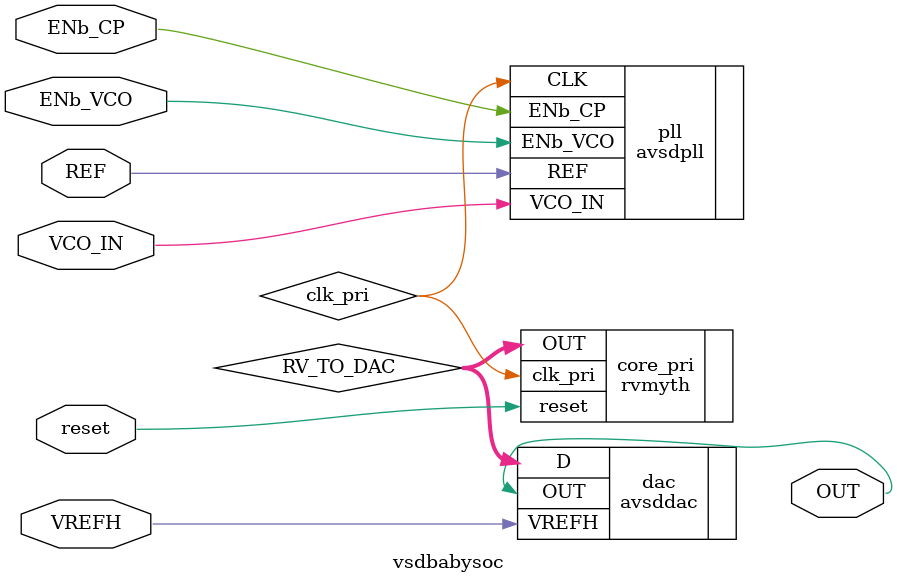
<source format=v>
module vsdbabysoc (
   output wire OUT,
   //
   input  wire reset,
   //
   input  wire VCO_IN,
   input  wire ENb_CP,
   input  wire ENb_VCO,
   input  wire REF,
   //
   // input  wire VREFL,
   input  wire VREFH
);

   wire clk_pri;
   wire [9:0] RV_TO_DAC;

   rvmyth core_pri(
      .OUT(RV_TO_DAC),
      .clk_pri(clk_pri),
      .reset(reset)
   );

   avsdpll pll (
      .CLK(clk_pri),
      .VCO_IN(VCO_IN),
      .ENb_CP(ENb_CP),
      .ENb_VCO(ENb_VCO),
      .REF(REF)
   );

   avsddac dac (
      .OUT(OUT),
      .D(RV_TO_DAC),
      // .VREFL(VREFL),
      .VREFH(VREFH)
   );
   
endmodule

</source>
